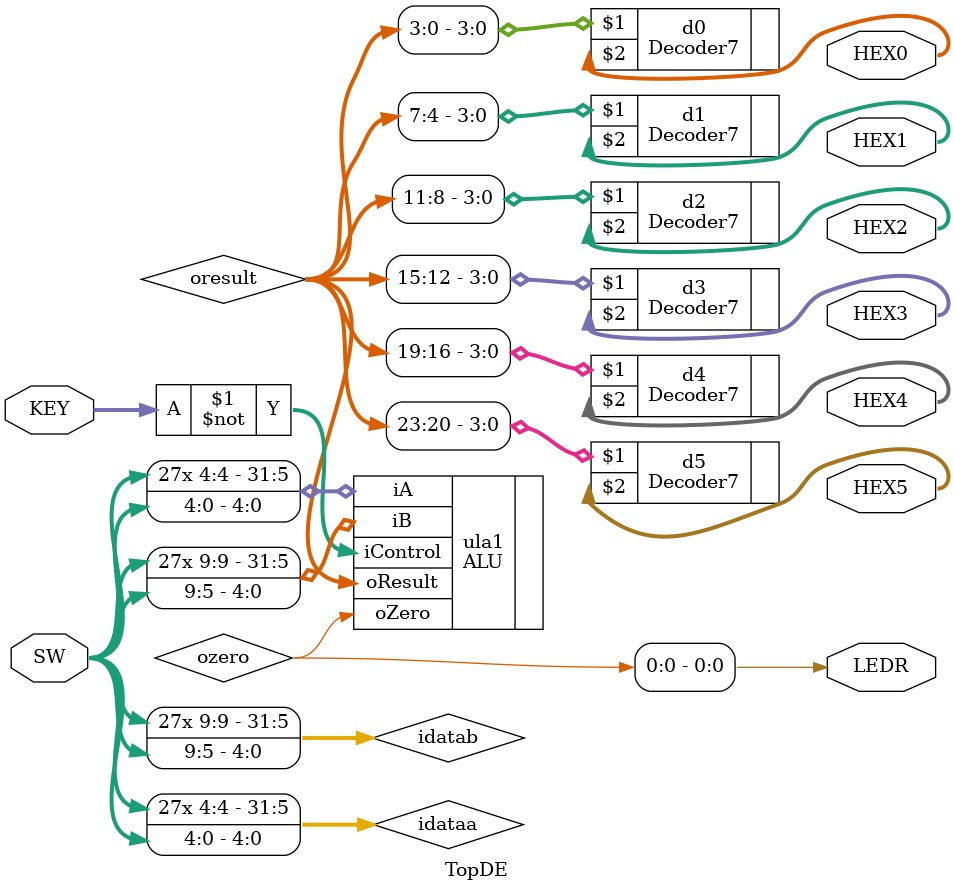
<source format=v>
module TopDE (
	input [3:0] KEY,
	input [9:0] SW,
	output [9:0] LEDR,
	output [6:0] HEX0, HEX1, HEX2, HEX3, HEX4, HEX5
	);

wire [31:0] idataa,idatab;
assign idataa = {{27{SW[4]}},SW[4:0]};
assign idatab = {{27{SW[9]}},SW[9:5]};


wire ozero;
assign LEDR[0] = ozero;

wire [31:0] oresult;

ALU  ula1 (	.iA(idataa), 
				.iB(idatab), 
				.iControl(~KEY), 
				.oZero(ozero), 
				.oResult(oresult)
				);

Decoder7 d0 (oresult[ 3: 0],HEX0);
Decoder7 d1 (oresult[ 7: 4],HEX1);
Decoder7 d2 (oresult[11: 8],HEX2);
Decoder7 d3 (oresult[15:12],HEX3);
Decoder7 d4 (oresult[19:16],HEX4);
Decoder7 d5 (oresult[23:20],HEX5);


endmodule

</source>
